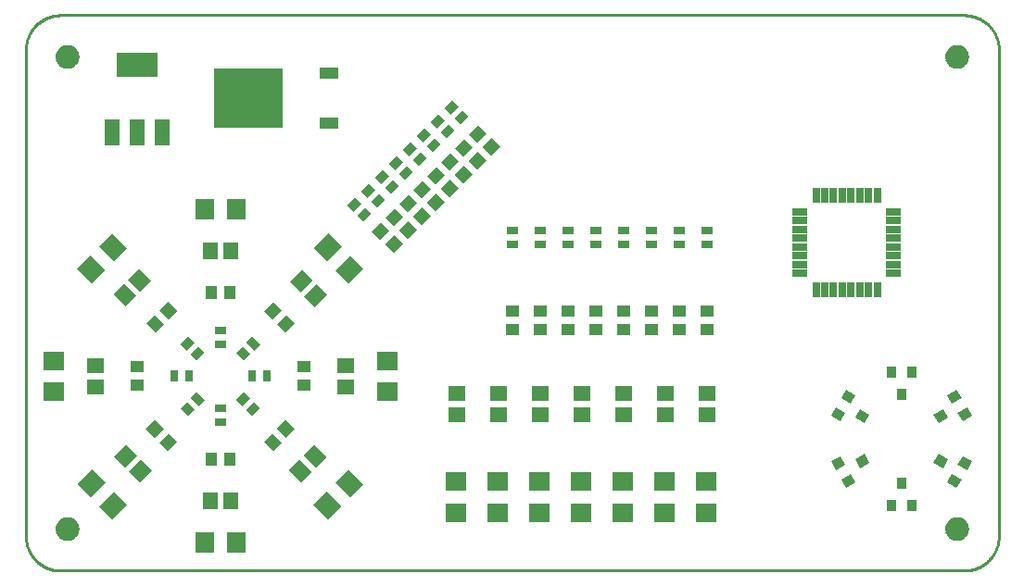
<source format=gbs>
G75*
%MOIN*%
%OFA0B0*%
%FSLAX25Y25*%
%IPPOS*%
%LPD*%
%AMOC8*
5,1,8,0,0,1.08239X$1,22.5*
%
%ADD10C,0.01000*%
%ADD11R,0.05200X0.09200*%
%ADD12R,0.14573X0.09061*%
%ADD13R,0.03550X0.03943*%
%ADD14R,0.06699X0.07498*%
%ADD15R,0.05518X0.06306*%
%ADD16R,0.04337X0.04731*%
%ADD17R,0.03156X0.03943*%
%ADD18R,0.07498X0.06699*%
%ADD19R,0.06306X0.05518*%
%ADD20R,0.04731X0.04337*%
%ADD21R,0.03943X0.03156*%
%ADD22C,0.00500*%
%ADD23R,0.05400X0.02600*%
%ADD24R,0.02600X0.05400*%
%ADD25R,0.06699X0.04337*%
%ADD26R,0.24809X0.21660*%
D10*
X0014000Y0001750D02*
X0339000Y0001750D01*
X0339302Y0001754D01*
X0339604Y0001765D01*
X0339905Y0001783D01*
X0340206Y0001808D01*
X0340507Y0001841D01*
X0340806Y0001881D01*
X0341104Y0001928D01*
X0341402Y0001983D01*
X0341697Y0002044D01*
X0341991Y0002113D01*
X0342284Y0002189D01*
X0342574Y0002272D01*
X0342863Y0002362D01*
X0343149Y0002459D01*
X0343433Y0002562D01*
X0343714Y0002673D01*
X0343992Y0002790D01*
X0344268Y0002914D01*
X0344540Y0003045D01*
X0344809Y0003182D01*
X0345075Y0003325D01*
X0345337Y0003475D01*
X0345596Y0003632D01*
X0345850Y0003794D01*
X0346101Y0003963D01*
X0346347Y0004137D01*
X0346590Y0004318D01*
X0346827Y0004504D01*
X0347061Y0004696D01*
X0347289Y0004894D01*
X0347513Y0005097D01*
X0347731Y0005305D01*
X0347945Y0005519D01*
X0348153Y0005737D01*
X0348356Y0005961D01*
X0348554Y0006189D01*
X0348746Y0006423D01*
X0348932Y0006660D01*
X0349113Y0006903D01*
X0349287Y0007149D01*
X0349456Y0007400D01*
X0349618Y0007654D01*
X0349775Y0007913D01*
X0349925Y0008175D01*
X0350068Y0008441D01*
X0350205Y0008710D01*
X0350336Y0008982D01*
X0350460Y0009258D01*
X0350577Y0009536D01*
X0350688Y0009817D01*
X0350791Y0010101D01*
X0350888Y0010387D01*
X0350978Y0010676D01*
X0351061Y0010966D01*
X0351137Y0011259D01*
X0351206Y0011553D01*
X0351267Y0011848D01*
X0351322Y0012146D01*
X0351369Y0012444D01*
X0351409Y0012743D01*
X0351442Y0013044D01*
X0351467Y0013345D01*
X0351485Y0013646D01*
X0351496Y0013948D01*
X0351500Y0014250D01*
X0351500Y0189250D01*
X0351496Y0189552D01*
X0351485Y0189854D01*
X0351467Y0190155D01*
X0351442Y0190456D01*
X0351409Y0190757D01*
X0351369Y0191056D01*
X0351322Y0191354D01*
X0351267Y0191652D01*
X0351206Y0191947D01*
X0351137Y0192241D01*
X0351061Y0192534D01*
X0350978Y0192824D01*
X0350888Y0193113D01*
X0350791Y0193399D01*
X0350688Y0193683D01*
X0350577Y0193964D01*
X0350460Y0194242D01*
X0350336Y0194518D01*
X0350205Y0194790D01*
X0350068Y0195059D01*
X0349925Y0195325D01*
X0349775Y0195587D01*
X0349618Y0195846D01*
X0349456Y0196100D01*
X0349287Y0196351D01*
X0349113Y0196597D01*
X0348932Y0196840D01*
X0348746Y0197077D01*
X0348554Y0197311D01*
X0348356Y0197539D01*
X0348153Y0197763D01*
X0347945Y0197981D01*
X0347731Y0198195D01*
X0347513Y0198403D01*
X0347289Y0198606D01*
X0347061Y0198804D01*
X0346827Y0198996D01*
X0346590Y0199182D01*
X0346347Y0199363D01*
X0346101Y0199537D01*
X0345850Y0199706D01*
X0345596Y0199868D01*
X0345337Y0200025D01*
X0345075Y0200175D01*
X0344809Y0200318D01*
X0344540Y0200455D01*
X0344268Y0200586D01*
X0343992Y0200710D01*
X0343714Y0200827D01*
X0343433Y0200938D01*
X0343149Y0201041D01*
X0342863Y0201138D01*
X0342574Y0201228D01*
X0342284Y0201311D01*
X0341991Y0201387D01*
X0341697Y0201456D01*
X0341402Y0201517D01*
X0341104Y0201572D01*
X0340806Y0201619D01*
X0340507Y0201659D01*
X0340206Y0201692D01*
X0339905Y0201717D01*
X0339604Y0201735D01*
X0339302Y0201746D01*
X0339000Y0201750D01*
X0014000Y0201750D01*
X0013698Y0201746D01*
X0013396Y0201735D01*
X0013095Y0201717D01*
X0012794Y0201692D01*
X0012493Y0201659D01*
X0012194Y0201619D01*
X0011896Y0201572D01*
X0011598Y0201517D01*
X0011303Y0201456D01*
X0011009Y0201387D01*
X0010716Y0201311D01*
X0010426Y0201228D01*
X0010137Y0201138D01*
X0009851Y0201041D01*
X0009567Y0200938D01*
X0009286Y0200827D01*
X0009008Y0200710D01*
X0008732Y0200586D01*
X0008460Y0200455D01*
X0008191Y0200318D01*
X0007925Y0200175D01*
X0007663Y0200025D01*
X0007404Y0199868D01*
X0007150Y0199706D01*
X0006899Y0199537D01*
X0006653Y0199363D01*
X0006410Y0199182D01*
X0006173Y0198996D01*
X0005939Y0198804D01*
X0005711Y0198606D01*
X0005487Y0198403D01*
X0005269Y0198195D01*
X0005055Y0197981D01*
X0004847Y0197763D01*
X0004644Y0197539D01*
X0004446Y0197311D01*
X0004254Y0197077D01*
X0004068Y0196840D01*
X0003887Y0196597D01*
X0003713Y0196351D01*
X0003544Y0196100D01*
X0003382Y0195846D01*
X0003225Y0195587D01*
X0003075Y0195325D01*
X0002932Y0195059D01*
X0002795Y0194790D01*
X0002664Y0194518D01*
X0002540Y0194242D01*
X0002423Y0193964D01*
X0002312Y0193683D01*
X0002209Y0193399D01*
X0002112Y0193113D01*
X0002022Y0192824D01*
X0001939Y0192534D01*
X0001863Y0192241D01*
X0001794Y0191947D01*
X0001733Y0191652D01*
X0001678Y0191354D01*
X0001631Y0191056D01*
X0001591Y0190757D01*
X0001558Y0190456D01*
X0001533Y0190155D01*
X0001515Y0189854D01*
X0001504Y0189552D01*
X0001500Y0189250D01*
X0001500Y0014250D01*
X0001504Y0013948D01*
X0001515Y0013646D01*
X0001533Y0013345D01*
X0001558Y0013044D01*
X0001591Y0012743D01*
X0001631Y0012444D01*
X0001678Y0012146D01*
X0001733Y0011848D01*
X0001794Y0011553D01*
X0001863Y0011259D01*
X0001939Y0010966D01*
X0002022Y0010676D01*
X0002112Y0010387D01*
X0002209Y0010101D01*
X0002312Y0009817D01*
X0002423Y0009536D01*
X0002540Y0009258D01*
X0002664Y0008982D01*
X0002795Y0008710D01*
X0002932Y0008441D01*
X0003075Y0008175D01*
X0003225Y0007913D01*
X0003382Y0007654D01*
X0003544Y0007400D01*
X0003713Y0007149D01*
X0003887Y0006903D01*
X0004068Y0006660D01*
X0004254Y0006423D01*
X0004446Y0006189D01*
X0004644Y0005961D01*
X0004847Y0005737D01*
X0005055Y0005519D01*
X0005269Y0005305D01*
X0005487Y0005097D01*
X0005711Y0004894D01*
X0005939Y0004696D01*
X0006173Y0004504D01*
X0006410Y0004318D01*
X0006653Y0004137D01*
X0006899Y0003963D01*
X0007150Y0003794D01*
X0007404Y0003632D01*
X0007663Y0003475D01*
X0007925Y0003325D01*
X0008191Y0003182D01*
X0008460Y0003045D01*
X0008732Y0002914D01*
X0009008Y0002790D01*
X0009286Y0002673D01*
X0009567Y0002562D01*
X0009851Y0002459D01*
X0010137Y0002362D01*
X0010426Y0002272D01*
X0010716Y0002189D01*
X0011009Y0002113D01*
X0011303Y0002044D01*
X0011598Y0001983D01*
X0011896Y0001928D01*
X0012194Y0001881D01*
X0012493Y0001841D01*
X0012794Y0001808D01*
X0013095Y0001783D01*
X0013396Y0001765D01*
X0013698Y0001754D01*
X0014000Y0001750D01*
D11*
X0032400Y0159550D03*
X0041500Y0159550D03*
X0050600Y0159550D03*
D12*
X0041500Y0183951D03*
D13*
G36*
X0296314Y0058530D02*
X0294539Y0055457D01*
X0291126Y0057428D01*
X0292901Y0060501D01*
X0296314Y0058530D01*
G37*
G36*
X0305004Y0057832D02*
X0303229Y0054759D01*
X0299816Y0056730D01*
X0301591Y0059803D01*
X0305004Y0057832D01*
G37*
G36*
X0300055Y0065009D02*
X0298280Y0061936D01*
X0294867Y0063907D01*
X0296642Y0066980D01*
X0300055Y0065009D01*
G37*
X0316500Y0065313D03*
X0312760Y0073187D03*
X0320240Y0073187D03*
G36*
X0334720Y0061936D02*
X0332945Y0065009D01*
X0336358Y0066980D01*
X0338133Y0063907D01*
X0334720Y0061936D01*
G37*
G36*
X0338461Y0055457D02*
X0336686Y0058530D01*
X0340099Y0060501D01*
X0341874Y0057428D01*
X0338461Y0055457D01*
G37*
G36*
X0329771Y0054759D02*
X0327996Y0057832D01*
X0331409Y0059803D01*
X0333184Y0056730D01*
X0329771Y0054759D01*
G37*
G36*
X0327996Y0040668D02*
X0329771Y0043741D01*
X0333184Y0041770D01*
X0331409Y0038697D01*
X0327996Y0040668D01*
G37*
G36*
X0332945Y0033491D02*
X0334720Y0036564D01*
X0338133Y0034593D01*
X0336358Y0031520D01*
X0332945Y0033491D01*
G37*
G36*
X0336686Y0039970D02*
X0338461Y0043043D01*
X0341874Y0041072D01*
X0340099Y0037999D01*
X0336686Y0039970D01*
G37*
X0316500Y0033187D03*
X0312760Y0025313D03*
X0320240Y0025313D03*
G36*
X0298280Y0036564D02*
X0300055Y0033491D01*
X0296642Y0031520D01*
X0294867Y0034593D01*
X0298280Y0036564D01*
G37*
G36*
X0294539Y0043043D02*
X0296314Y0039970D01*
X0292901Y0037999D01*
X0291126Y0041072D01*
X0294539Y0043043D01*
G37*
G36*
X0303229Y0043741D02*
X0305004Y0040668D01*
X0301591Y0038697D01*
X0299816Y0041770D01*
X0303229Y0043741D01*
G37*
D14*
G36*
X0122978Y0032927D02*
X0118241Y0028190D01*
X0112940Y0033491D01*
X0117677Y0038228D01*
X0122978Y0032927D01*
G37*
G36*
X0115060Y0025009D02*
X0110323Y0020272D01*
X0105022Y0025573D01*
X0109759Y0030310D01*
X0115060Y0025009D01*
G37*
X0077098Y0011750D03*
X0065902Y0011750D03*
G36*
X0032677Y0020272D02*
X0027940Y0025009D01*
X0033241Y0030310D01*
X0037978Y0025573D01*
X0032677Y0020272D01*
G37*
G36*
X0024759Y0028190D02*
X0020022Y0032927D01*
X0025323Y0038228D01*
X0030060Y0033491D01*
X0024759Y0028190D01*
G37*
G36*
X0020022Y0110573D02*
X0024759Y0115310D01*
X0030060Y0110009D01*
X0025323Y0105272D01*
X0020022Y0110573D01*
G37*
G36*
X0027940Y0118491D02*
X0032677Y0123228D01*
X0037978Y0117927D01*
X0033241Y0113190D01*
X0027940Y0118491D01*
G37*
X0065902Y0131750D03*
X0077098Y0131750D03*
G36*
X0110323Y0123228D02*
X0115060Y0118491D01*
X0109759Y0113190D01*
X0105022Y0117927D01*
X0110323Y0123228D01*
G37*
G36*
X0118241Y0115310D02*
X0122978Y0110573D01*
X0117677Y0105272D01*
X0112940Y0110009D01*
X0118241Y0115310D01*
G37*
D15*
G36*
X0100292Y0101929D02*
X0096390Y0105831D01*
X0100848Y0110289D01*
X0104750Y0106387D01*
X0100292Y0101929D01*
G37*
G36*
X0105581Y0096640D02*
X0101679Y0100542D01*
X0106137Y0105000D01*
X0110039Y0101098D01*
X0105581Y0096640D01*
G37*
X0075240Y0116750D03*
X0067760Y0116750D03*
G36*
X0038250Y0106637D02*
X0042152Y0110539D01*
X0046610Y0106081D01*
X0042708Y0102179D01*
X0038250Y0106637D01*
G37*
G36*
X0032961Y0101348D02*
X0036863Y0105250D01*
X0041321Y0100792D01*
X0037419Y0096890D01*
X0032961Y0101348D01*
G37*
G36*
X0037669Y0047110D02*
X0041571Y0043208D01*
X0037113Y0038750D01*
X0033211Y0042652D01*
X0037669Y0047110D01*
G37*
G36*
X0042958Y0041821D02*
X0046860Y0037919D01*
X0042402Y0033461D01*
X0038500Y0037363D01*
X0042958Y0041821D01*
G37*
X0067760Y0026750D03*
X0075240Y0026750D03*
G36*
X0104500Y0037363D02*
X0100598Y0033461D01*
X0096140Y0037919D01*
X0100042Y0041821D01*
X0104500Y0037363D01*
G37*
G36*
X0109789Y0042652D02*
X0105887Y0038750D01*
X0101429Y0043208D01*
X0105331Y0047110D01*
X0109789Y0042652D01*
G37*
D16*
G36*
X0098321Y0052727D02*
X0095255Y0049661D01*
X0091911Y0053005D01*
X0094977Y0056071D01*
X0098321Y0052727D01*
G37*
G36*
X0093589Y0047995D02*
X0090523Y0044929D01*
X0087179Y0048273D01*
X0090245Y0051339D01*
X0093589Y0047995D01*
G37*
X0074846Y0041750D03*
X0068154Y0041750D03*
G36*
X0052477Y0044929D02*
X0049411Y0047995D01*
X0052755Y0051339D01*
X0055821Y0048273D01*
X0052477Y0044929D01*
G37*
G36*
X0047745Y0049661D02*
X0044679Y0052727D01*
X0048023Y0056071D01*
X0051089Y0053005D01*
X0047745Y0049661D01*
G37*
G36*
X0044929Y0090773D02*
X0047995Y0093839D01*
X0051339Y0090495D01*
X0048273Y0087429D01*
X0044929Y0090773D01*
G37*
G36*
X0049661Y0095505D02*
X0052727Y0098571D01*
X0056071Y0095227D01*
X0053005Y0092161D01*
X0049661Y0095505D01*
G37*
X0068154Y0101750D03*
X0074846Y0101750D03*
G36*
X0090523Y0098571D02*
X0093589Y0095505D01*
X0090245Y0092161D01*
X0087179Y0095227D01*
X0090523Y0098571D01*
G37*
G36*
X0095255Y0093839D02*
X0098321Y0090773D01*
X0094977Y0087429D01*
X0091911Y0090495D01*
X0095255Y0093839D01*
G37*
G36*
X0134005Y0122589D02*
X0137071Y0119523D01*
X0133727Y0116179D01*
X0130661Y0119245D01*
X0134005Y0122589D01*
G37*
G36*
X0129273Y0127321D02*
X0132339Y0124255D01*
X0128995Y0120911D01*
X0125929Y0123977D01*
X0129273Y0127321D01*
G37*
G36*
X0134273Y0132321D02*
X0137339Y0129255D01*
X0133995Y0125911D01*
X0130929Y0128977D01*
X0134273Y0132321D01*
G37*
G36*
X0139273Y0137321D02*
X0142339Y0134255D01*
X0138995Y0130911D01*
X0135929Y0133977D01*
X0139273Y0137321D01*
G37*
G36*
X0144273Y0142321D02*
X0147339Y0139255D01*
X0143995Y0135911D01*
X0140929Y0138977D01*
X0144273Y0142321D01*
G37*
G36*
X0149273Y0147321D02*
X0152339Y0144255D01*
X0148995Y0140911D01*
X0145929Y0143977D01*
X0149273Y0147321D01*
G37*
G36*
X0154273Y0152321D02*
X0157339Y0149255D01*
X0153995Y0145911D01*
X0150929Y0148977D01*
X0154273Y0152321D01*
G37*
G36*
X0159273Y0157321D02*
X0162339Y0154255D01*
X0158995Y0150911D01*
X0155929Y0153977D01*
X0159273Y0157321D01*
G37*
G36*
X0164273Y0162321D02*
X0167339Y0159255D01*
X0163995Y0155911D01*
X0160929Y0158977D01*
X0164273Y0162321D01*
G37*
G36*
X0169005Y0157589D02*
X0172071Y0154523D01*
X0168727Y0151179D01*
X0165661Y0154245D01*
X0169005Y0157589D01*
G37*
G36*
X0164005Y0152589D02*
X0167071Y0149523D01*
X0163727Y0146179D01*
X0160661Y0149245D01*
X0164005Y0152589D01*
G37*
G36*
X0159005Y0147589D02*
X0162071Y0144523D01*
X0158727Y0141179D01*
X0155661Y0144245D01*
X0159005Y0147589D01*
G37*
G36*
X0154005Y0142589D02*
X0157071Y0139523D01*
X0153727Y0136179D01*
X0150661Y0139245D01*
X0154005Y0142589D01*
G37*
G36*
X0149005Y0137589D02*
X0152071Y0134523D01*
X0148727Y0131179D01*
X0145661Y0134245D01*
X0149005Y0137589D01*
G37*
G36*
X0144005Y0132589D02*
X0147071Y0129523D01*
X0143727Y0126179D01*
X0140661Y0129245D01*
X0144005Y0132589D01*
G37*
G36*
X0139005Y0127589D02*
X0142071Y0124523D01*
X0138727Y0121179D01*
X0135661Y0124245D01*
X0139005Y0127589D01*
G37*
D17*
G36*
X0128033Y0132431D02*
X0125801Y0134663D01*
X0128587Y0137449D01*
X0130819Y0135217D01*
X0128033Y0132431D01*
G37*
G36*
X0123033Y0127431D02*
X0120801Y0129663D01*
X0123587Y0132449D01*
X0125819Y0130217D01*
X0123033Y0127431D01*
G37*
G36*
X0119413Y0131051D02*
X0117181Y0133283D01*
X0119967Y0136069D01*
X0122199Y0133837D01*
X0119413Y0131051D01*
G37*
G36*
X0124413Y0136051D02*
X0122181Y0138283D01*
X0124967Y0141069D01*
X0127199Y0138837D01*
X0124413Y0136051D01*
G37*
G36*
X0133033Y0137431D02*
X0130801Y0139663D01*
X0133587Y0142449D01*
X0135819Y0140217D01*
X0133033Y0137431D01*
G37*
G36*
X0129413Y0141051D02*
X0127181Y0143283D01*
X0129967Y0146069D01*
X0132199Y0143837D01*
X0129413Y0141051D01*
G37*
G36*
X0138033Y0142431D02*
X0135801Y0144663D01*
X0138587Y0147449D01*
X0140819Y0145217D01*
X0138033Y0142431D01*
G37*
G36*
X0134413Y0146051D02*
X0132181Y0148283D01*
X0134967Y0151069D01*
X0137199Y0148837D01*
X0134413Y0146051D01*
G37*
G36*
X0143033Y0147431D02*
X0140801Y0149663D01*
X0143587Y0152449D01*
X0145819Y0150217D01*
X0143033Y0147431D01*
G37*
G36*
X0139413Y0151051D02*
X0137181Y0153283D01*
X0139967Y0156069D01*
X0142199Y0153837D01*
X0139413Y0151051D01*
G37*
G36*
X0148033Y0152431D02*
X0145801Y0154663D01*
X0148587Y0157449D01*
X0150819Y0155217D01*
X0148033Y0152431D01*
G37*
G36*
X0144413Y0156051D02*
X0142181Y0158283D01*
X0144967Y0161069D01*
X0147199Y0158837D01*
X0144413Y0156051D01*
G37*
G36*
X0153033Y0157431D02*
X0150801Y0159663D01*
X0153587Y0162449D01*
X0155819Y0160217D01*
X0153033Y0157431D01*
G37*
G36*
X0149413Y0161051D02*
X0147181Y0163283D01*
X0149967Y0166069D01*
X0152199Y0163837D01*
X0149413Y0161051D01*
G37*
G36*
X0158033Y0162431D02*
X0155801Y0164663D01*
X0158587Y0167449D01*
X0160819Y0165217D01*
X0158033Y0162431D01*
G37*
G36*
X0154413Y0166051D02*
X0152181Y0168283D01*
X0154967Y0171069D01*
X0157199Y0168837D01*
X0154413Y0166051D01*
G37*
G36*
X0080801Y0083837D02*
X0083033Y0086069D01*
X0085819Y0083283D01*
X0083587Y0081051D01*
X0080801Y0083837D01*
G37*
G36*
X0077181Y0080217D02*
X0079413Y0082449D01*
X0082199Y0079663D01*
X0079967Y0077431D01*
X0077181Y0080217D01*
G37*
X0082941Y0071750D03*
X0088059Y0071750D03*
G36*
X0079967Y0066069D02*
X0082199Y0063837D01*
X0079413Y0061051D01*
X0077181Y0063283D01*
X0079967Y0066069D01*
G37*
G36*
X0083587Y0062449D02*
X0085819Y0060217D01*
X0083033Y0057431D01*
X0080801Y0059663D01*
X0083587Y0062449D01*
G37*
G36*
X0060801Y0063837D02*
X0063033Y0066069D01*
X0065819Y0063283D01*
X0063587Y0061051D01*
X0060801Y0063837D01*
G37*
G36*
X0057181Y0060217D02*
X0059413Y0062449D01*
X0062199Y0059663D01*
X0059967Y0057431D01*
X0057181Y0060217D01*
G37*
X0054941Y0071750D03*
X0060059Y0071750D03*
G36*
X0063587Y0082449D02*
X0065819Y0080217D01*
X0063033Y0077431D01*
X0060801Y0079663D01*
X0063587Y0082449D01*
G37*
G36*
X0059967Y0086069D02*
X0062199Y0083837D01*
X0059413Y0081051D01*
X0057181Y0083283D01*
X0059967Y0086069D01*
G37*
D18*
X0011500Y0077348D03*
X0011500Y0066152D03*
X0131500Y0066152D03*
X0131500Y0077348D03*
X0156250Y0033848D03*
X0171250Y0033848D03*
X0186250Y0033848D03*
X0186250Y0022652D03*
X0171250Y0022652D03*
X0156250Y0022652D03*
X0201250Y0022652D03*
X0216250Y0022652D03*
X0231250Y0022652D03*
X0246250Y0022652D03*
X0246250Y0033848D03*
X0231250Y0033848D03*
X0216250Y0033848D03*
X0201250Y0033848D03*
D19*
X0201500Y0058010D03*
X0201500Y0065490D03*
X0216500Y0065490D03*
X0216500Y0058010D03*
X0231500Y0058010D03*
X0231500Y0065490D03*
X0246500Y0065490D03*
X0246500Y0058010D03*
X0186500Y0058010D03*
X0186500Y0065490D03*
X0171500Y0065490D03*
X0171500Y0058010D03*
X0156500Y0058010D03*
X0156500Y0065490D03*
X0116500Y0068010D03*
X0116500Y0075490D03*
X0026500Y0075490D03*
X0026500Y0068010D03*
D20*
X0041500Y0068404D03*
X0041500Y0075096D03*
X0101500Y0075096D03*
X0101500Y0068404D03*
X0176500Y0088404D03*
X0186500Y0088404D03*
X0186500Y0095096D03*
X0176500Y0095096D03*
X0196500Y0095096D03*
X0196500Y0088404D03*
X0206500Y0088404D03*
X0206500Y0095096D03*
X0216500Y0095096D03*
X0216500Y0088404D03*
X0226500Y0088404D03*
X0236500Y0088404D03*
X0236500Y0095096D03*
X0226500Y0095096D03*
X0246500Y0095096D03*
X0246500Y0088404D03*
D21*
X0246500Y0119191D03*
X0246500Y0124309D03*
X0236500Y0124309D03*
X0226500Y0124309D03*
X0226500Y0119191D03*
X0236500Y0119191D03*
X0216500Y0119191D03*
X0216500Y0124309D03*
X0206500Y0124309D03*
X0206500Y0119191D03*
X0196500Y0119191D03*
X0196500Y0124309D03*
X0186500Y0124309D03*
X0176500Y0124309D03*
X0176500Y0119191D03*
X0186500Y0119191D03*
X0071500Y0088309D03*
X0071500Y0083191D03*
X0071500Y0060309D03*
X0071500Y0055191D03*
D22*
X0018469Y0020160D02*
X0017847Y0020450D01*
X0017184Y0020627D01*
X0016500Y0020687D01*
X0015816Y0020627D01*
X0015153Y0020450D01*
X0014531Y0020160D01*
X0013969Y0019766D01*
X0013484Y0019281D01*
X0013090Y0018719D01*
X0012800Y0018097D01*
X0012623Y0017434D01*
X0012563Y0016750D01*
X0012623Y0016066D01*
X0012800Y0015403D01*
X0013090Y0014781D01*
X0013484Y0014219D01*
X0013969Y0013734D01*
X0014531Y0013340D01*
X0015153Y0013050D01*
X0015816Y0012873D01*
X0016500Y0012813D01*
X0017184Y0012873D01*
X0017847Y0013050D01*
X0018469Y0013340D01*
X0019031Y0013734D01*
X0019516Y0014219D01*
X0019910Y0014781D01*
X0020200Y0015403D01*
X0020377Y0016066D01*
X0020437Y0016750D01*
X0020377Y0017434D01*
X0020200Y0018097D01*
X0019910Y0018719D01*
X0019516Y0019281D01*
X0019031Y0019766D01*
X0018469Y0020160D01*
X0018393Y0020195D02*
X0014607Y0020195D01*
X0013900Y0019696D02*
X0019100Y0019696D01*
X0019574Y0019198D02*
X0013426Y0019198D01*
X0013082Y0018699D02*
X0019918Y0018699D01*
X0020151Y0018201D02*
X0012849Y0018201D01*
X0012695Y0017702D02*
X0020305Y0017702D01*
X0020397Y0017204D02*
X0012603Y0017204D01*
X0012567Y0016705D02*
X0020433Y0016705D01*
X0020389Y0016207D02*
X0012611Y0016207D01*
X0012719Y0015708D02*
X0020281Y0015708D01*
X0020109Y0015210D02*
X0012891Y0015210D01*
X0013140Y0014711D02*
X0019860Y0014711D01*
X0019509Y0014213D02*
X0013491Y0014213D01*
X0013998Y0013714D02*
X0019002Y0013714D01*
X0018201Y0013216D02*
X0014799Y0013216D01*
X0016500Y0182813D02*
X0015816Y0182873D01*
X0015153Y0183050D01*
X0014531Y0183340D01*
X0013969Y0183734D01*
X0013484Y0184219D01*
X0013090Y0184781D01*
X0012800Y0185403D01*
X0012623Y0186066D01*
X0012563Y0186750D01*
X0012623Y0187434D01*
X0012800Y0188097D01*
X0013090Y0188719D01*
X0013484Y0189281D01*
X0013969Y0189766D01*
X0014531Y0190160D01*
X0015153Y0190450D01*
X0015816Y0190627D01*
X0016500Y0190687D01*
X0017184Y0190627D01*
X0017847Y0190450D01*
X0018469Y0190160D01*
X0019031Y0189766D01*
X0019516Y0189281D01*
X0019910Y0188719D01*
X0020200Y0188097D01*
X0020377Y0187434D01*
X0020437Y0186750D01*
X0020377Y0186066D01*
X0020200Y0185403D01*
X0019910Y0184781D01*
X0019516Y0184219D01*
X0019031Y0183734D01*
X0018469Y0183340D01*
X0017847Y0183050D01*
X0017184Y0182873D01*
X0016500Y0182813D01*
X0014815Y0183208D02*
X0018185Y0183208D01*
X0018991Y0183707D02*
X0014009Y0183707D01*
X0013498Y0184205D02*
X0019502Y0184205D01*
X0019855Y0184704D02*
X0013145Y0184704D01*
X0012894Y0185202D02*
X0020106Y0185202D01*
X0020279Y0185701D02*
X0012721Y0185701D01*
X0012611Y0186199D02*
X0020389Y0186199D01*
X0020432Y0186698D02*
X0012568Y0186698D01*
X0012602Y0187196D02*
X0020398Y0187196D01*
X0020307Y0187695D02*
X0012693Y0187695D01*
X0012846Y0188193D02*
X0020154Y0188193D01*
X0019922Y0188692D02*
X0013078Y0188692D01*
X0013421Y0189190D02*
X0019579Y0189190D01*
X0019108Y0189689D02*
X0013892Y0189689D01*
X0014591Y0190187D02*
X0018409Y0190187D01*
X0016514Y0190686D02*
X0016486Y0190686D01*
X0332563Y0186750D02*
X0332623Y0187434D01*
X0332800Y0188097D01*
X0333090Y0188719D01*
X0333484Y0189281D01*
X0333969Y0189766D01*
X0334531Y0190160D01*
X0335153Y0190450D01*
X0335816Y0190627D01*
X0336500Y0190687D01*
X0337184Y0190627D01*
X0337847Y0190450D01*
X0338469Y0190160D01*
X0339031Y0189766D01*
X0339516Y0189281D01*
X0339910Y0188719D01*
X0340200Y0188097D01*
X0340377Y0187434D01*
X0340437Y0186750D01*
X0340377Y0186066D01*
X0340200Y0185403D01*
X0339910Y0184781D01*
X0339516Y0184219D01*
X0339031Y0183734D01*
X0338469Y0183340D01*
X0337847Y0183050D01*
X0337184Y0182873D01*
X0336500Y0182813D01*
X0335816Y0182873D01*
X0335153Y0183050D01*
X0334531Y0183340D01*
X0333969Y0183734D01*
X0333484Y0184219D01*
X0333090Y0184781D01*
X0332800Y0185403D01*
X0332623Y0186066D01*
X0332563Y0186750D01*
X0332568Y0186698D02*
X0340432Y0186698D01*
X0340398Y0187196D02*
X0332602Y0187196D01*
X0332693Y0187695D02*
X0340307Y0187695D01*
X0340154Y0188193D02*
X0332846Y0188193D01*
X0333078Y0188692D02*
X0339922Y0188692D01*
X0339579Y0189190D02*
X0333421Y0189190D01*
X0333892Y0189689D02*
X0339108Y0189689D01*
X0338409Y0190187D02*
X0334591Y0190187D01*
X0336486Y0190686D02*
X0336514Y0190686D01*
X0340389Y0186199D02*
X0332611Y0186199D01*
X0332721Y0185701D02*
X0340279Y0185701D01*
X0340106Y0185202D02*
X0332894Y0185202D01*
X0333145Y0184704D02*
X0339855Y0184704D01*
X0339502Y0184205D02*
X0333498Y0184205D01*
X0334009Y0183707D02*
X0338991Y0183707D01*
X0338185Y0183208D02*
X0334815Y0183208D01*
X0336500Y0020687D02*
X0337184Y0020627D01*
X0337847Y0020450D01*
X0338469Y0020160D01*
X0339031Y0019766D01*
X0339516Y0019281D01*
X0339910Y0018719D01*
X0340200Y0018097D01*
X0340377Y0017434D01*
X0340437Y0016750D01*
X0340377Y0016066D01*
X0340200Y0015403D01*
X0339910Y0014781D01*
X0339516Y0014219D01*
X0339031Y0013734D01*
X0338469Y0013340D01*
X0337847Y0013050D01*
X0337184Y0012873D01*
X0336500Y0012813D01*
X0335816Y0012873D01*
X0335153Y0013050D01*
X0334531Y0013340D01*
X0333969Y0013734D01*
X0333484Y0014219D01*
X0333090Y0014781D01*
X0332800Y0015403D01*
X0332623Y0016066D01*
X0332563Y0016750D01*
X0332623Y0017434D01*
X0332800Y0018097D01*
X0333090Y0018719D01*
X0333484Y0019281D01*
X0333969Y0019766D01*
X0334531Y0020160D01*
X0335153Y0020450D01*
X0335816Y0020627D01*
X0336500Y0020687D01*
X0334607Y0020195D02*
X0338393Y0020195D01*
X0339100Y0019696D02*
X0333900Y0019696D01*
X0333426Y0019198D02*
X0339574Y0019198D01*
X0339918Y0018699D02*
X0333082Y0018699D01*
X0332849Y0018201D02*
X0340151Y0018201D01*
X0340305Y0017702D02*
X0332695Y0017702D01*
X0332603Y0017204D02*
X0340397Y0017204D01*
X0340433Y0016705D02*
X0332567Y0016705D01*
X0332611Y0016207D02*
X0340389Y0016207D01*
X0340281Y0015708D02*
X0332719Y0015708D01*
X0332891Y0015210D02*
X0340109Y0015210D01*
X0339860Y0014711D02*
X0333140Y0014711D01*
X0333491Y0014213D02*
X0339509Y0014213D01*
X0339002Y0013714D02*
X0333998Y0013714D01*
X0334799Y0013216D02*
X0338201Y0013216D01*
D23*
X0313676Y0108837D03*
X0313676Y0111986D03*
X0313676Y0115136D03*
X0313676Y0118285D03*
X0313676Y0121435D03*
X0313676Y0124585D03*
X0313676Y0127734D03*
X0313676Y0130884D03*
X0279876Y0130884D03*
X0279876Y0127734D03*
X0279876Y0124585D03*
X0279876Y0121435D03*
X0279876Y0118285D03*
X0279876Y0115136D03*
X0279876Y0111986D03*
X0279876Y0108837D03*
D24*
X0285752Y0102960D03*
X0288902Y0102960D03*
X0292051Y0102960D03*
X0295201Y0102960D03*
X0298350Y0102960D03*
X0301500Y0102960D03*
X0304650Y0102960D03*
X0307799Y0102960D03*
X0307799Y0136760D03*
X0304650Y0136760D03*
X0301500Y0136760D03*
X0298350Y0136760D03*
X0295201Y0136760D03*
X0292051Y0136760D03*
X0288902Y0136760D03*
X0285752Y0136760D03*
D25*
X0110398Y0162774D03*
X0110398Y0180726D03*
D26*
X0081657Y0171750D03*
M02*

</source>
